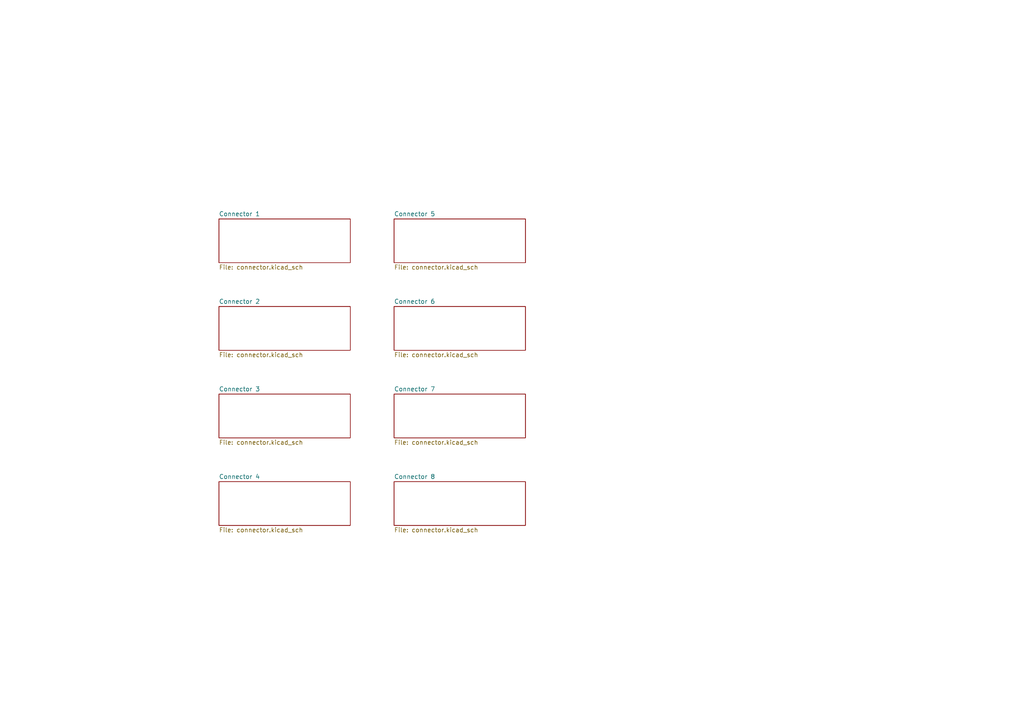
<source format=kicad_sch>
(kicad_sch
	(version 20250114)
	(generator "eeschema")
	(generator_version "9.0")
	(uuid "7e0c4139-a672-43d5-9c59-7fc556730ecf")
	(paper "A4")
	(lib_symbols)
	(sheet
		(at 114.3 139.7)
		(size 38.1 12.7)
		(exclude_from_sim no)
		(in_bom yes)
		(on_board yes)
		(dnp no)
		(fields_autoplaced yes)
		(stroke
			(width 0.1524)
			(type solid)
		)
		(fill
			(color 0 0 0 0.0000)
		)
		(uuid "229c53cf-5483-40de-833b-14c89c46d780")
		(property "Sheetname" "Connector 8"
			(at 114.3 138.9884 0)
			(effects
				(font
					(size 1.27 1.27)
				)
				(justify left bottom)
			)
		)
		(property "Sheetfile" "connector.kicad_sch"
			(at 114.3 152.9846 0)
			(effects
				(font
					(size 1.27 1.27)
				)
				(justify left top)
			)
		)
		(instances
			(project "Backplane"
				(path "/7e0c4139-a672-43d5-9c59-7fc556730ecf"
					(page "9")
				)
			)
		)
	)
	(sheet
		(at 114.3 63.5)
		(size 38.1 12.7)
		(exclude_from_sim no)
		(in_bom yes)
		(on_board yes)
		(dnp no)
		(fields_autoplaced yes)
		(stroke
			(width 0.1524)
			(type solid)
		)
		(fill
			(color 0 0 0 0.0000)
		)
		(uuid "2aaafa2a-2b3b-4a0e-bfba-84c3bd41585d")
		(property "Sheetname" "Connector 5"
			(at 114.3 62.7884 0)
			(effects
				(font
					(size 1.27 1.27)
				)
				(justify left bottom)
			)
		)
		(property "Sheetfile" "connector.kicad_sch"
			(at 114.3 76.7846 0)
			(effects
				(font
					(size 1.27 1.27)
				)
				(justify left top)
			)
		)
		(instances
			(project "Backplane"
				(path "/7e0c4139-a672-43d5-9c59-7fc556730ecf"
					(page "6")
				)
			)
		)
	)
	(sheet
		(at 114.3 114.3)
		(size 38.1 12.7)
		(exclude_from_sim no)
		(in_bom yes)
		(on_board yes)
		(dnp no)
		(fields_autoplaced yes)
		(stroke
			(width 0.1524)
			(type solid)
		)
		(fill
			(color 0 0 0 0.0000)
		)
		(uuid "5a283851-53d7-4748-9614-0d16d3c09d99")
		(property "Sheetname" "Connector 7"
			(at 114.3 113.5884 0)
			(effects
				(font
					(size 1.27 1.27)
				)
				(justify left bottom)
			)
		)
		(property "Sheetfile" "connector.kicad_sch"
			(at 114.3 127.5846 0)
			(effects
				(font
					(size 1.27 1.27)
				)
				(justify left top)
			)
		)
		(instances
			(project "Backplane"
				(path "/7e0c4139-a672-43d5-9c59-7fc556730ecf"
					(page "8")
				)
			)
		)
	)
	(sheet
		(at 114.3 88.9)
		(size 38.1 12.7)
		(exclude_from_sim no)
		(in_bom yes)
		(on_board yes)
		(dnp no)
		(fields_autoplaced yes)
		(stroke
			(width 0.1524)
			(type solid)
		)
		(fill
			(color 0 0 0 0.0000)
		)
		(uuid "5a6afa64-8f53-4635-9e9b-4e6f5cbabb4d")
		(property "Sheetname" "Connector 6"
			(at 114.3 88.1884 0)
			(effects
				(font
					(size 1.27 1.27)
				)
				(justify left bottom)
			)
		)
		(property "Sheetfile" "connector.kicad_sch"
			(at 114.3 102.1846 0)
			(effects
				(font
					(size 1.27 1.27)
				)
				(justify left top)
			)
		)
		(instances
			(project "Backplane"
				(path "/7e0c4139-a672-43d5-9c59-7fc556730ecf"
					(page "7")
				)
			)
		)
	)
	(sheet
		(at 63.5 88.9)
		(size 38.1 12.7)
		(exclude_from_sim no)
		(in_bom yes)
		(on_board yes)
		(dnp no)
		(fields_autoplaced yes)
		(stroke
			(width 0.1524)
			(type solid)
		)
		(fill
			(color 0 0 0 0.0000)
		)
		(uuid "60ce6e98-f784-45e9-9983-203ef3c3c72c")
		(property "Sheetname" "Connector 2"
			(at 63.5 88.1884 0)
			(effects
				(font
					(size 1.27 1.27)
				)
				(justify left bottom)
			)
		)
		(property "Sheetfile" "connector.kicad_sch"
			(at 63.5 102.1846 0)
			(effects
				(font
					(size 1.27 1.27)
				)
				(justify left top)
			)
		)
		(instances
			(project "Backplane"
				(path "/7e0c4139-a672-43d5-9c59-7fc556730ecf"
					(page "3")
				)
			)
		)
	)
	(sheet
		(at 63.5 114.3)
		(size 38.1 12.7)
		(exclude_from_sim no)
		(in_bom yes)
		(on_board yes)
		(dnp no)
		(fields_autoplaced yes)
		(stroke
			(width 0.1524)
			(type solid)
		)
		(fill
			(color 0 0 0 0.0000)
		)
		(uuid "b8ad3708-9099-4cf2-a528-551712ecfec6")
		(property "Sheetname" "Connector 3"
			(at 63.5 113.5884 0)
			(effects
				(font
					(size 1.27 1.27)
				)
				(justify left bottom)
			)
		)
		(property "Sheetfile" "connector.kicad_sch"
			(at 63.5 127.5846 0)
			(effects
				(font
					(size 1.27 1.27)
				)
				(justify left top)
			)
		)
		(instances
			(project "Backplane"
				(path "/7e0c4139-a672-43d5-9c59-7fc556730ecf"
					(page "4")
				)
			)
		)
	)
	(sheet
		(at 63.5 139.7)
		(size 38.1 12.7)
		(exclude_from_sim no)
		(in_bom yes)
		(on_board yes)
		(dnp no)
		(fields_autoplaced yes)
		(stroke
			(width 0.1524)
			(type solid)
		)
		(fill
			(color 0 0 0 0.0000)
		)
		(uuid "bee89f82-0558-4600-8aa2-d4911534043a")
		(property "Sheetname" "Connector 4"
			(at 63.5 138.9884 0)
			(effects
				(font
					(size 1.27 1.27)
				)
				(justify left bottom)
			)
		)
		(property "Sheetfile" "connector.kicad_sch"
			(at 63.5 152.9846 0)
			(effects
				(font
					(size 1.27 1.27)
				)
				(justify left top)
			)
		)
		(instances
			(project "Backplane"
				(path "/7e0c4139-a672-43d5-9c59-7fc556730ecf"
					(page "5")
				)
			)
		)
	)
	(sheet
		(at 63.5 63.5)
		(size 38.1 12.7)
		(exclude_from_sim no)
		(in_bom yes)
		(on_board yes)
		(dnp no)
		(fields_autoplaced yes)
		(stroke
			(width 0.1524)
			(type solid)
		)
		(fill
			(color 0 0 0 0.0000)
		)
		(uuid "d4735d3f-14bd-4f1a-ba54-2806d43cee94")
		(property "Sheetname" "Connector 1"
			(at 63.5 62.7884 0)
			(effects
				(font
					(size 1.27 1.27)
				)
				(justify left bottom)
			)
		)
		(property "Sheetfile" "connector.kicad_sch"
			(at 63.5 76.7846 0)
			(effects
				(font
					(size 1.27 1.27)
				)
				(justify left top)
			)
		)
		(instances
			(project "Backplane"
				(path "/7e0c4139-a672-43d5-9c59-7fc556730ecf"
					(page "2")
				)
			)
		)
	)
	(sheet_instances
		(path "/"
			(page "1")
		)
	)
	(embedded_fonts no)
)

</source>
